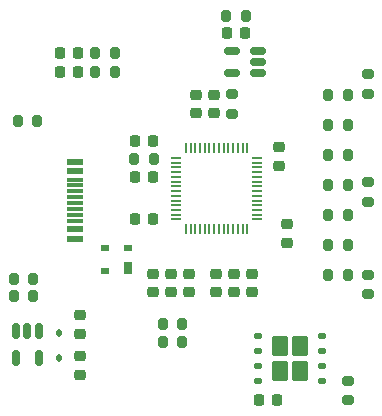
<source format=gtp>
G04 #@! TF.GenerationSoftware,KiCad,Pcbnew,7.0.1-0*
G04 #@! TF.CreationDate,2023-05-08T01:12:17+09:00*
G04 #@! TF.ProjectId,rp2040_jtag_debugger,72703230-3430-45f6-9a74-61675f646562,rev?*
G04 #@! TF.SameCoordinates,Original*
G04 #@! TF.FileFunction,Paste,Top*
G04 #@! TF.FilePolarity,Positive*
%FSLAX46Y46*%
G04 Gerber Fmt 4.6, Leading zero omitted, Abs format (unit mm)*
G04 Created by KiCad (PCBNEW 7.0.1-0) date 2023-05-08 01:12:17*
%MOMM*%
%LPD*%
G01*
G04 APERTURE LIST*
G04 Aperture macros list*
%AMRoundRect*
0 Rectangle with rounded corners*
0 $1 Rounding radius*
0 $2 $3 $4 $5 $6 $7 $8 $9 X,Y pos of 4 corners*
0 Add a 4 corners polygon primitive as box body*
4,1,4,$2,$3,$4,$5,$6,$7,$8,$9,$2,$3,0*
0 Add four circle primitives for the rounded corners*
1,1,$1+$1,$2,$3*
1,1,$1+$1,$4,$5*
1,1,$1+$1,$6,$7*
1,1,$1+$1,$8,$9*
0 Add four rect primitives between the rounded corners*
20,1,$1+$1,$2,$3,$4,$5,0*
20,1,$1+$1,$4,$5,$6,$7,0*
20,1,$1+$1,$6,$7,$8,$9,0*
20,1,$1+$1,$8,$9,$2,$3,0*%
G04 Aperture macros list end*
%ADD10RoundRect,0.200000X-0.200000X-0.275000X0.200000X-0.275000X0.200000X0.275000X-0.200000X0.275000X0*%
%ADD11RoundRect,0.225000X0.250000X-0.225000X0.250000X0.225000X-0.250000X0.225000X-0.250000X-0.225000X0*%
%ADD12RoundRect,0.225000X-0.250000X0.225000X-0.250000X-0.225000X0.250000X-0.225000X0.250000X0.225000X0*%
%ADD13RoundRect,0.200000X0.200000X0.275000X-0.200000X0.275000X-0.200000X-0.275000X0.200000X-0.275000X0*%
%ADD14R,0.700000X1.000000*%
%ADD15R,0.700000X0.600000*%
%ADD16RoundRect,0.218750X-0.218750X-0.256250X0.218750X-0.256250X0.218750X0.256250X-0.218750X0.256250X0*%
%ADD17R,1.450000X0.600000*%
%ADD18R,1.450000X0.300000*%
%ADD19RoundRect,0.250000X0.435000X0.615000X-0.435000X0.615000X-0.435000X-0.615000X0.435000X-0.615000X0*%
%ADD20RoundRect,0.125000X0.250000X0.125000X-0.250000X0.125000X-0.250000X-0.125000X0.250000X-0.125000X0*%
%ADD21RoundRect,0.225000X0.225000X0.250000X-0.225000X0.250000X-0.225000X-0.250000X0.225000X-0.250000X0*%
%ADD22RoundRect,0.150000X-0.150000X0.512500X-0.150000X-0.512500X0.150000X-0.512500X0.150000X0.512500X0*%
%ADD23RoundRect,0.200000X-0.275000X0.200000X-0.275000X-0.200000X0.275000X-0.200000X0.275000X0.200000X0*%
%ADD24O,0.875000X0.200000*%
%ADD25O,0.200000X0.875000*%
%ADD26RoundRect,0.225000X-0.225000X-0.250000X0.225000X-0.250000X0.225000X0.250000X-0.225000X0.250000X0*%
%ADD27RoundRect,0.200000X0.275000X-0.200000X0.275000X0.200000X-0.275000X0.200000X-0.275000X-0.200000X0*%
%ADD28RoundRect,0.112500X-0.112500X0.187500X-0.112500X-0.187500X0.112500X-0.187500X0.112500X0.187500X0*%
%ADD29RoundRect,0.150000X0.512500X0.150000X-0.512500X0.150000X-0.512500X-0.150000X0.512500X-0.150000X0*%
G04 APERTURE END LIST*
D10*
X103050000Y-80200000D03*
X104700000Y-80200000D03*
D11*
X108680000Y-88337500D03*
X108680000Y-86787500D03*
D12*
X117886487Y-79805000D03*
X117886487Y-81355000D03*
D13*
X117300000Y-84080000D03*
X115650000Y-84080000D03*
X122661000Y-57940000D03*
X121011000Y-57940000D03*
X117300000Y-85600000D03*
X115650000Y-85600000D03*
D14*
X112750000Y-79350000D03*
D15*
X112750000Y-77650000D03*
X110750000Y-77650000D03*
X110750000Y-79550000D03*
D13*
X111585000Y-62744000D03*
X109935000Y-62744000D03*
D16*
X106922500Y-62740000D03*
X108497500Y-62740000D03*
D12*
X123196000Y-79815000D03*
X123196000Y-81365000D03*
D16*
X106922500Y-61076000D03*
X108497500Y-61076000D03*
D12*
X114846000Y-79815000D03*
X114846000Y-81365000D03*
D17*
X108195000Y-70325000D03*
X108195000Y-71125000D03*
D18*
X108195000Y-72325000D03*
X108195000Y-73325000D03*
X108195000Y-73825000D03*
X108195000Y-74825000D03*
D17*
X108195000Y-76025000D03*
X108195000Y-76825000D03*
X108195000Y-76825000D03*
X108195000Y-76025000D03*
D18*
X108195000Y-75325000D03*
X108195000Y-74325000D03*
X108195000Y-72825000D03*
X108195000Y-71825000D03*
D17*
X108195000Y-71125000D03*
X108195000Y-70325000D03*
D13*
X104695000Y-81720000D03*
X103045000Y-81720000D03*
D10*
X113235000Y-70080000D03*
X114885000Y-70080000D03*
D19*
X127272500Y-88052500D03*
X127272500Y-85902500D03*
X125572500Y-88052500D03*
X125572500Y-85902500D03*
D20*
X129122500Y-88882500D03*
X129122500Y-87612500D03*
X129122500Y-86342500D03*
X129122500Y-85072500D03*
X123722500Y-85072500D03*
X123722500Y-86342500D03*
X123722500Y-87612500D03*
X123722500Y-88882500D03*
D21*
X114835000Y-71600000D03*
X113285000Y-71600000D03*
D22*
X105140000Y-84645000D03*
X104190000Y-84645000D03*
X103240000Y-84645000D03*
X103240000Y-86920000D03*
X105140000Y-86920000D03*
D10*
X129675000Y-74830000D03*
X131325000Y-74830000D03*
D23*
X121476000Y-64595000D03*
X121476000Y-66245000D03*
D12*
X116366487Y-79805000D03*
X116366487Y-81355000D03*
D10*
X129675000Y-79900000D03*
X131325000Y-79900000D03*
D12*
X121676000Y-79815000D03*
X121676000Y-81365000D03*
D10*
X129675000Y-67200000D03*
X131325000Y-67200000D03*
D24*
X123643500Y-75200000D03*
X123643500Y-74800000D03*
X123643500Y-74400000D03*
X123643500Y-74000000D03*
X123643500Y-73600000D03*
X123643500Y-73200000D03*
X123643500Y-72800000D03*
X123643500Y-72400000D03*
X123643500Y-72000000D03*
X123643500Y-71600000D03*
X123643500Y-71200000D03*
X123643500Y-70800000D03*
X123643500Y-70400000D03*
X123643500Y-70000000D03*
D25*
X122806000Y-69162500D03*
X122406000Y-69162500D03*
X122006000Y-69162500D03*
X121606000Y-69162500D03*
X121206000Y-69162500D03*
X120806000Y-69162500D03*
X120406000Y-69162500D03*
X120006000Y-69162500D03*
X119606000Y-69162500D03*
X119206000Y-69162500D03*
X118806000Y-69162500D03*
X118406000Y-69162500D03*
X118006000Y-69162500D03*
X117606000Y-69162500D03*
D24*
X116768500Y-70000000D03*
X116768500Y-70400000D03*
X116768500Y-70800000D03*
X116768500Y-71200000D03*
X116768500Y-71600000D03*
X116768500Y-72000000D03*
X116768500Y-72400000D03*
X116768500Y-72800000D03*
X116768500Y-73200000D03*
X116768500Y-73600000D03*
X116768500Y-74000000D03*
X116768500Y-74400000D03*
X116768500Y-74800000D03*
X116768500Y-75200000D03*
D25*
X117606000Y-76037500D03*
X118006000Y-76037500D03*
X118406000Y-76037500D03*
X118806000Y-76037500D03*
X119206000Y-76037500D03*
X119606000Y-76037500D03*
X120006000Y-76037500D03*
X120406000Y-76037500D03*
X120806000Y-76037500D03*
X121206000Y-76037500D03*
X121606000Y-76037500D03*
X122006000Y-76037500D03*
X122406000Y-76037500D03*
X122806000Y-76037500D03*
D26*
X123797500Y-90527500D03*
X125347500Y-90527500D03*
D27*
X133000000Y-64550000D03*
X133000000Y-62900000D03*
X133000000Y-73700000D03*
X133000000Y-72050000D03*
D26*
X121061000Y-59440000D03*
X122611000Y-59440000D03*
D10*
X129675000Y-69740000D03*
X131325000Y-69740000D03*
D23*
X133000000Y-79900000D03*
X133000000Y-81550000D03*
D11*
X118436000Y-66195000D03*
X118436000Y-64645000D03*
D21*
X114835000Y-68550000D03*
X113285000Y-68550000D03*
D10*
X129675000Y-77370000D03*
X131325000Y-77370000D03*
D12*
X126160000Y-75625000D03*
X126160000Y-77175000D03*
D10*
X103375000Y-66830000D03*
X105025000Y-66830000D03*
X129675000Y-64660000D03*
X131325000Y-64660000D03*
D12*
X120156000Y-79815000D03*
X120156000Y-81365000D03*
D28*
X106910000Y-84802500D03*
X106910000Y-86902500D03*
D21*
X114835000Y-75190000D03*
X113285000Y-75190000D03*
D23*
X131300000Y-88875000D03*
X131300000Y-90525000D03*
D13*
X111585000Y-61070000D03*
X109935000Y-61070000D03*
D11*
X119956000Y-66195000D03*
X119956000Y-64645000D03*
D10*
X129675000Y-72290000D03*
X131325000Y-72290000D03*
D29*
X123753500Y-62840000D03*
X123753500Y-61890000D03*
X123753500Y-60940000D03*
X121478500Y-60940000D03*
X121478500Y-62840000D03*
D12*
X108680000Y-83317500D03*
X108680000Y-84867500D03*
D11*
X125460000Y-70635000D03*
X125460000Y-69085000D03*
M02*

</source>
